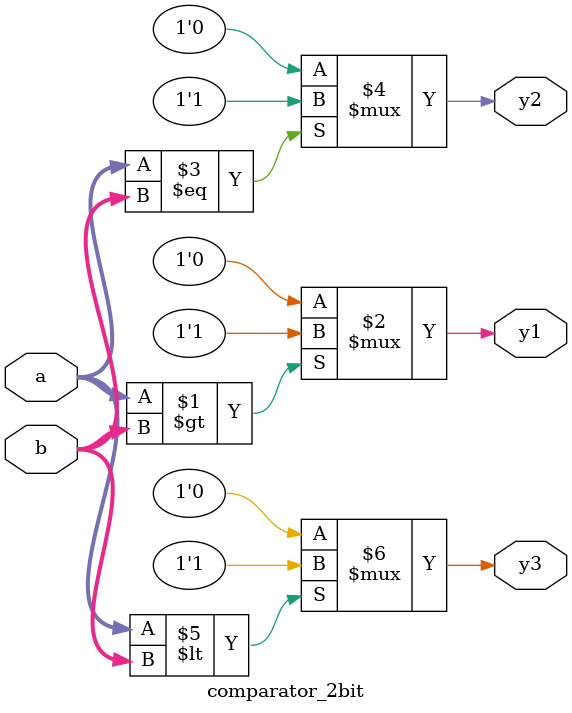
<source format=v>
module comparator_2bit(a, b, y1, y2, y3);
input [1:0]a; 
input [1:0]b;
output y1;
output y2;
output y3;

assign y1 = (a>b) ? 1'b1 : 1'b0;
assign y2 = (a==b) ? 1'b1 : 1'b0;
assign y3 = (a<b) ? 1'b1 : 1'b0;

endmodule
</source>
